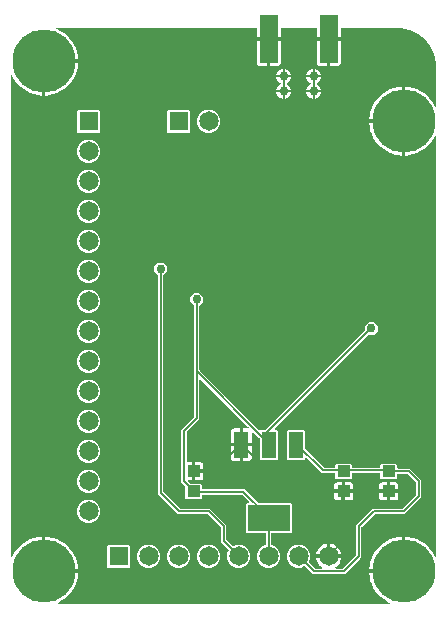
<source format=gbr>
G04 EAGLE Gerber X2 export*
%TF.Part,Single*%
%TF.FileFunction,Copper,L2,Bot,Mixed*%
%TF.FilePolarity,Positive*%
%TF.GenerationSoftware,Autodesk,EAGLE,9.0.1*%
%TF.CreationDate,2018-06-18T03:38:51Z*%
G75*
%MOMM*%
%FSLAX34Y34*%
%LPD*%
%AMOC8*
5,1,8,0,0,1.08239X$1,22.5*%
G01*
%ADD10R,1.219200X2.235200*%
%ADD11R,3.600000X2.200000*%
%ADD12R,1.100000X1.000000*%
%ADD13C,5.334000*%
%ADD14R,1.650000X1.650000*%
%ADD15C,1.650000*%
%ADD16R,1.524000X4.064000*%
%ADD17C,0.152400*%
%ADD18C,0.756400*%

G36*
X330333Y10173D02*
X330333Y10173D01*
X330409Y10176D01*
X330453Y10193D01*
X330500Y10200D01*
X330567Y10236D01*
X330639Y10263D01*
X330676Y10293D01*
X330718Y10316D01*
X330770Y10371D01*
X330829Y10419D01*
X330854Y10459D01*
X330887Y10494D01*
X330919Y10563D01*
X330959Y10628D01*
X330970Y10674D01*
X330991Y10717D01*
X330999Y10793D01*
X331017Y10867D01*
X331012Y10914D01*
X331018Y10961D01*
X331001Y11036D01*
X330995Y11112D01*
X330975Y11155D01*
X330965Y11202D01*
X330926Y11267D01*
X330896Y11337D01*
X330864Y11372D01*
X330839Y11413D01*
X330781Y11463D01*
X330730Y11519D01*
X330676Y11553D01*
X330652Y11573D01*
X330628Y11583D01*
X330588Y11608D01*
X328748Y12494D01*
X325970Y14239D01*
X323405Y16285D01*
X321085Y18605D01*
X319039Y21170D01*
X317294Y23948D01*
X315870Y26904D01*
X314787Y30001D01*
X314057Y33199D01*
X313689Y36460D01*
X313689Y36577D01*
X342138Y36577D01*
X342158Y36580D01*
X342177Y36578D01*
X342279Y36600D01*
X342381Y36617D01*
X342398Y36626D01*
X342418Y36630D01*
X342507Y36683D01*
X342598Y36732D01*
X342612Y36746D01*
X342629Y36756D01*
X342696Y36835D01*
X342767Y36910D01*
X342776Y36928D01*
X342789Y36943D01*
X342827Y37039D01*
X342871Y37133D01*
X342873Y37153D01*
X342881Y37171D01*
X342899Y37338D01*
X342899Y38101D01*
X343662Y38101D01*
X343682Y38104D01*
X343701Y38102D01*
X343803Y38124D01*
X343905Y38141D01*
X343922Y38150D01*
X343942Y38154D01*
X344031Y38207D01*
X344122Y38256D01*
X344136Y38270D01*
X344153Y38280D01*
X344220Y38359D01*
X344291Y38434D01*
X344300Y38452D01*
X344313Y38467D01*
X344352Y38563D01*
X344395Y38657D01*
X344397Y38677D01*
X344405Y38695D01*
X344423Y38862D01*
X344423Y67311D01*
X344540Y67311D01*
X347801Y66943D01*
X349692Y66512D01*
X350999Y66213D01*
X354096Y65130D01*
X357052Y63706D01*
X359830Y61961D01*
X362395Y59915D01*
X364715Y57595D01*
X366761Y55030D01*
X368506Y52252D01*
X369192Y50828D01*
X369236Y50765D01*
X369272Y50698D01*
X369306Y50665D01*
X369333Y50626D01*
X369395Y50581D01*
X369450Y50528D01*
X369493Y50508D01*
X369531Y50480D01*
X369604Y50457D01*
X369673Y50425D01*
X369720Y50420D01*
X369765Y50405D01*
X369842Y50406D01*
X369917Y50398D01*
X369964Y50408D01*
X370011Y50408D01*
X370083Y50434D01*
X370158Y50450D01*
X370199Y50474D01*
X370243Y50490D01*
X370304Y50537D01*
X370369Y50576D01*
X370400Y50612D01*
X370437Y50641D01*
X370479Y50705D01*
X370529Y50763D01*
X370547Y50807D01*
X370573Y50847D01*
X370592Y50920D01*
X370621Y50991D01*
X370628Y51055D01*
X370636Y51085D01*
X370634Y51111D01*
X370639Y51158D01*
X370639Y406042D01*
X370638Y406049D01*
X370638Y406050D01*
X370637Y406056D01*
X370627Y406117D01*
X370624Y406194D01*
X370607Y406238D01*
X370600Y406285D01*
X370564Y406352D01*
X370537Y406424D01*
X370507Y406460D01*
X370484Y406502D01*
X370429Y406555D01*
X370381Y406614D01*
X370341Y406639D01*
X370306Y406672D01*
X370237Y406704D01*
X370172Y406744D01*
X370126Y406755D01*
X370083Y406775D01*
X370007Y406784D01*
X369933Y406801D01*
X369886Y406797D01*
X369839Y406802D01*
X369764Y406786D01*
X369688Y406779D01*
X369645Y406760D01*
X369598Y406750D01*
X369533Y406711D01*
X369463Y406680D01*
X369428Y406648D01*
X369387Y406624D01*
X369337Y406566D01*
X369281Y406515D01*
X369247Y406461D01*
X369227Y406437D01*
X369217Y406413D01*
X369192Y406372D01*
X368506Y404948D01*
X366761Y402170D01*
X364715Y399605D01*
X362395Y397285D01*
X359830Y395239D01*
X357052Y393494D01*
X354096Y392070D01*
X350999Y390987D01*
X347801Y390257D01*
X344540Y389889D01*
X344423Y389889D01*
X344423Y418338D01*
X344420Y418358D01*
X344422Y418377D01*
X344400Y418479D01*
X344383Y418581D01*
X344374Y418598D01*
X344370Y418618D01*
X344317Y418707D01*
X344268Y418798D01*
X344254Y418812D01*
X344244Y418829D01*
X344165Y418896D01*
X344090Y418967D01*
X344072Y418976D01*
X344057Y418989D01*
X343961Y419027D01*
X343867Y419071D01*
X343847Y419073D01*
X343829Y419081D01*
X343662Y419099D01*
X342899Y419099D01*
X342899Y419101D01*
X343662Y419101D01*
X343682Y419104D01*
X343701Y419102D01*
X343803Y419124D01*
X343905Y419141D01*
X343922Y419150D01*
X343942Y419154D01*
X344031Y419207D01*
X344122Y419256D01*
X344136Y419270D01*
X344153Y419280D01*
X344220Y419359D01*
X344291Y419434D01*
X344300Y419452D01*
X344313Y419467D01*
X344352Y419563D01*
X344395Y419657D01*
X344397Y419677D01*
X344405Y419695D01*
X344423Y419862D01*
X344423Y448311D01*
X344540Y448311D01*
X347801Y447943D01*
X348000Y447898D01*
X350999Y447213D01*
X354096Y446130D01*
X357052Y444706D01*
X359830Y442961D01*
X362395Y440915D01*
X364715Y438595D01*
X366761Y436030D01*
X368506Y433252D01*
X369192Y431828D01*
X369236Y431765D01*
X369272Y431698D01*
X369306Y431665D01*
X369333Y431626D01*
X369395Y431581D01*
X369450Y431528D01*
X369493Y431508D01*
X369531Y431480D01*
X369604Y431457D01*
X369673Y431425D01*
X369720Y431420D01*
X369765Y431405D01*
X369842Y431406D01*
X369917Y431398D01*
X369964Y431408D01*
X370011Y431408D01*
X370083Y431434D01*
X370158Y431450D01*
X370199Y431474D01*
X370243Y431490D01*
X370304Y431537D01*
X370369Y431576D01*
X370400Y431612D01*
X370437Y431641D01*
X370479Y431705D01*
X370529Y431763D01*
X370547Y431807D01*
X370573Y431847D01*
X370592Y431920D01*
X370621Y431991D01*
X370628Y432055D01*
X370636Y432085D01*
X370634Y432111D01*
X370639Y432158D01*
X370639Y464627D01*
X370637Y464643D01*
X370638Y464660D01*
X370638Y464666D01*
X370638Y464668D01*
X370638Y464670D01*
X370431Y468360D01*
X370424Y468392D01*
X370413Y468487D01*
X368771Y475683D01*
X368770Y475684D01*
X368770Y475686D01*
X368714Y475844D01*
X365512Y482494D01*
X365511Y482495D01*
X365511Y482496D01*
X365421Y482638D01*
X360819Y488409D01*
X360818Y488410D01*
X360817Y488411D01*
X360699Y488529D01*
X354928Y493131D01*
X354927Y493132D01*
X354926Y493133D01*
X354784Y493222D01*
X348134Y496424D01*
X348132Y496425D01*
X348131Y496425D01*
X347973Y496481D01*
X347533Y496581D01*
X344197Y497342D01*
X340862Y498103D01*
X340862Y498104D01*
X340777Y498123D01*
X340745Y498125D01*
X340650Y498141D01*
X336960Y498348D01*
X336944Y498346D01*
X336917Y498349D01*
X290322Y498349D01*
X290302Y498346D01*
X290283Y498348D01*
X290181Y498326D01*
X290079Y498310D01*
X290062Y498300D01*
X290042Y498296D01*
X289953Y498243D01*
X289862Y498194D01*
X289848Y498180D01*
X289831Y498170D01*
X289764Y498091D01*
X289692Y498016D01*
X289684Y497998D01*
X289671Y497983D01*
X289632Y497887D01*
X289589Y497793D01*
X289587Y497773D01*
X289579Y497755D01*
X289561Y497588D01*
X289561Y490473D01*
X280162Y490473D01*
X280142Y490470D01*
X280123Y490472D01*
X280021Y490450D01*
X279919Y490433D01*
X279902Y490424D01*
X279882Y490420D01*
X279793Y490367D01*
X279702Y490318D01*
X279688Y490304D01*
X279671Y490294D01*
X279604Y490215D01*
X279533Y490140D01*
X279524Y490122D01*
X279511Y490107D01*
X279472Y490011D01*
X279429Y489917D01*
X279427Y489897D01*
X279419Y489879D01*
X279401Y489712D01*
X279401Y488949D01*
X279399Y488949D01*
X279399Y489712D01*
X279396Y489732D01*
X279398Y489751D01*
X279376Y489853D01*
X279359Y489955D01*
X279350Y489972D01*
X279346Y489992D01*
X279293Y490081D01*
X279244Y490172D01*
X279230Y490186D01*
X279220Y490203D01*
X279141Y490270D01*
X279066Y490341D01*
X279048Y490350D01*
X279033Y490363D01*
X278937Y490402D01*
X278843Y490445D01*
X278823Y490447D01*
X278805Y490455D01*
X278638Y490473D01*
X269239Y490473D01*
X269239Y497588D01*
X269236Y497608D01*
X269238Y497627D01*
X269216Y497729D01*
X269200Y497831D01*
X269190Y497848D01*
X269186Y497868D01*
X269133Y497957D01*
X269084Y498048D01*
X269070Y498062D01*
X269060Y498079D01*
X268981Y498146D01*
X268906Y498218D01*
X268888Y498226D01*
X268873Y498239D01*
X268777Y498278D01*
X268683Y498321D01*
X268663Y498323D01*
X268645Y498331D01*
X268478Y498349D01*
X239522Y498349D01*
X239502Y498346D01*
X239483Y498348D01*
X239381Y498326D01*
X239279Y498310D01*
X239262Y498300D01*
X239242Y498296D01*
X239153Y498243D01*
X239062Y498194D01*
X239048Y498180D01*
X239031Y498170D01*
X238964Y498091D01*
X238892Y498016D01*
X238884Y497998D01*
X238871Y497983D01*
X238832Y497887D01*
X238789Y497793D01*
X238787Y497773D01*
X238779Y497755D01*
X238761Y497588D01*
X238761Y490473D01*
X229362Y490473D01*
X229342Y490470D01*
X229323Y490472D01*
X229221Y490450D01*
X229119Y490433D01*
X229102Y490424D01*
X229082Y490420D01*
X228993Y490367D01*
X228902Y490318D01*
X228888Y490304D01*
X228871Y490294D01*
X228804Y490215D01*
X228733Y490140D01*
X228724Y490122D01*
X228711Y490107D01*
X228672Y490011D01*
X228629Y489917D01*
X228627Y489897D01*
X228619Y489879D01*
X228601Y489712D01*
X228601Y488949D01*
X228599Y488949D01*
X228599Y489712D01*
X228596Y489732D01*
X228598Y489751D01*
X228576Y489853D01*
X228559Y489955D01*
X228550Y489972D01*
X228546Y489992D01*
X228493Y490081D01*
X228444Y490172D01*
X228430Y490186D01*
X228420Y490203D01*
X228341Y490270D01*
X228266Y490341D01*
X228248Y490350D01*
X228233Y490363D01*
X228137Y490402D01*
X228043Y490445D01*
X228023Y490447D01*
X228005Y490455D01*
X227838Y490473D01*
X218439Y490473D01*
X218439Y497588D01*
X218436Y497608D01*
X218438Y497627D01*
X218416Y497729D01*
X218400Y497831D01*
X218390Y497848D01*
X218386Y497868D01*
X218333Y497957D01*
X218284Y498048D01*
X218270Y498062D01*
X218260Y498079D01*
X218181Y498146D01*
X218106Y498218D01*
X218088Y498226D01*
X218073Y498239D01*
X217977Y498278D01*
X217883Y498321D01*
X217863Y498323D01*
X217845Y498331D01*
X217678Y498349D01*
X49684Y498349D01*
X49608Y498337D01*
X49532Y498334D01*
X49488Y498317D01*
X49441Y498310D01*
X49374Y498274D01*
X49302Y498247D01*
X49265Y498217D01*
X49223Y498194D01*
X49171Y498139D01*
X49112Y498091D01*
X49087Y498051D01*
X49054Y498016D01*
X49022Y497947D01*
X48982Y497882D01*
X48970Y497836D01*
X48950Y497793D01*
X48942Y497717D01*
X48924Y497643D01*
X48929Y497596D01*
X48923Y497549D01*
X48940Y497474D01*
X48946Y497398D01*
X48966Y497355D01*
X48976Y497308D01*
X49015Y497243D01*
X49045Y497173D01*
X49077Y497138D01*
X49102Y497097D01*
X49160Y497047D01*
X49211Y496991D01*
X49265Y496957D01*
X49289Y496937D01*
X49313Y496927D01*
X49353Y496902D01*
X52252Y495506D01*
X55030Y493761D01*
X57595Y491715D01*
X59915Y489395D01*
X61961Y486830D01*
X63706Y484052D01*
X65130Y481096D01*
X66213Y477999D01*
X66943Y474801D01*
X67311Y471540D01*
X67311Y471423D01*
X38862Y471423D01*
X38842Y471420D01*
X38823Y471422D01*
X38721Y471400D01*
X38619Y471383D01*
X38602Y471374D01*
X38582Y471370D01*
X38493Y471317D01*
X38402Y471268D01*
X38388Y471254D01*
X38371Y471244D01*
X38304Y471165D01*
X38233Y471090D01*
X38224Y471072D01*
X38211Y471057D01*
X38173Y470961D01*
X38129Y470867D01*
X38127Y470847D01*
X38119Y470829D01*
X38101Y470662D01*
X38101Y469899D01*
X37338Y469899D01*
X37318Y469896D01*
X37299Y469898D01*
X37197Y469876D01*
X37095Y469859D01*
X37078Y469850D01*
X37058Y469846D01*
X36969Y469793D01*
X36878Y469744D01*
X36864Y469730D01*
X36847Y469720D01*
X36780Y469641D01*
X36709Y469566D01*
X36700Y469548D01*
X36687Y469533D01*
X36648Y469437D01*
X36605Y469343D01*
X36603Y469323D01*
X36595Y469305D01*
X36577Y469138D01*
X36577Y440689D01*
X36460Y440689D01*
X33199Y441057D01*
X30069Y441771D01*
X30001Y441787D01*
X26904Y442870D01*
X23948Y444294D01*
X21170Y446039D01*
X18605Y448085D01*
X16285Y450405D01*
X14239Y452970D01*
X12494Y455748D01*
X11608Y457588D01*
X11564Y457650D01*
X11528Y457718D01*
X11494Y457750D01*
X11467Y457789D01*
X11405Y457834D01*
X11350Y457887D01*
X11307Y457907D01*
X11269Y457935D01*
X11196Y457958D01*
X11127Y457991D01*
X11080Y457996D01*
X11035Y458010D01*
X10958Y458009D01*
X10883Y458018D01*
X10836Y458008D01*
X10789Y458007D01*
X10717Y457982D01*
X10642Y457965D01*
X10601Y457941D01*
X10557Y457925D01*
X10496Y457878D01*
X10431Y457839D01*
X10400Y457803D01*
X10363Y457774D01*
X10321Y457710D01*
X10271Y457652D01*
X10253Y457608D01*
X10227Y457569D01*
X10208Y457495D01*
X10179Y457424D01*
X10172Y457361D01*
X10164Y457331D01*
X10166Y457305D01*
X10161Y457257D01*
X10161Y50743D01*
X10173Y50667D01*
X10176Y50591D01*
X10193Y50547D01*
X10200Y50500D01*
X10236Y50433D01*
X10263Y50361D01*
X10293Y50324D01*
X10316Y50282D01*
X10371Y50230D01*
X10419Y50171D01*
X10459Y50146D01*
X10494Y50113D01*
X10563Y50081D01*
X10628Y50041D01*
X10674Y50029D01*
X10717Y50009D01*
X10793Y50001D01*
X10867Y49983D01*
X10914Y49988D01*
X10961Y49982D01*
X11036Y49999D01*
X11112Y50005D01*
X11155Y50025D01*
X11202Y50035D01*
X11267Y50074D01*
X11337Y50104D01*
X11372Y50136D01*
X11413Y50161D01*
X11463Y50219D01*
X11519Y50270D01*
X11553Y50324D01*
X11573Y50348D01*
X11583Y50372D01*
X11608Y50412D01*
X12494Y52252D01*
X14239Y55030D01*
X16285Y57595D01*
X18605Y59915D01*
X21170Y61961D01*
X23948Y63706D01*
X26904Y65130D01*
X30001Y66213D01*
X33199Y66943D01*
X36460Y67311D01*
X36577Y67311D01*
X36577Y38862D01*
X36580Y38842D01*
X36578Y38823D01*
X36600Y38721D01*
X36617Y38619D01*
X36626Y38602D01*
X36630Y38582D01*
X36683Y38493D01*
X36732Y38402D01*
X36746Y38388D01*
X36756Y38371D01*
X36835Y38304D01*
X36910Y38233D01*
X36928Y38224D01*
X36943Y38211D01*
X37039Y38173D01*
X37133Y38129D01*
X37153Y38127D01*
X37171Y38119D01*
X37338Y38101D01*
X38101Y38101D01*
X38101Y37338D01*
X38104Y37318D01*
X38102Y37299D01*
X38124Y37197D01*
X38141Y37095D01*
X38150Y37078D01*
X38154Y37058D01*
X38207Y36969D01*
X38256Y36878D01*
X38270Y36864D01*
X38280Y36847D01*
X38359Y36780D01*
X38434Y36709D01*
X38452Y36700D01*
X38467Y36687D01*
X38563Y36648D01*
X38657Y36605D01*
X38677Y36603D01*
X38695Y36595D01*
X38862Y36577D01*
X67311Y36577D01*
X67311Y36460D01*
X66943Y33199D01*
X66213Y30001D01*
X65130Y26904D01*
X63706Y23948D01*
X61961Y21170D01*
X59915Y18605D01*
X57595Y16285D01*
X55030Y14239D01*
X52252Y12494D01*
X50412Y11608D01*
X50350Y11564D01*
X50282Y11528D01*
X50250Y11494D01*
X50211Y11467D01*
X50166Y11405D01*
X50113Y11350D01*
X50093Y11307D01*
X50065Y11269D01*
X50042Y11196D01*
X50009Y11127D01*
X50004Y11080D01*
X49990Y11035D01*
X49991Y10958D01*
X49982Y10883D01*
X49992Y10836D01*
X49993Y10789D01*
X50018Y10717D01*
X50035Y10642D01*
X50059Y10601D01*
X50075Y10557D01*
X50122Y10496D01*
X50161Y10431D01*
X50197Y10400D01*
X50226Y10363D01*
X50290Y10321D01*
X50348Y10271D01*
X50392Y10253D01*
X50431Y10227D01*
X50505Y10208D01*
X50576Y10179D01*
X50639Y10172D01*
X50669Y10164D01*
X50695Y10166D01*
X50743Y10161D01*
X330257Y10161D01*
X330333Y10173D01*
G37*
%LPC*%
G36*
X226656Y41025D02*
X226656Y41025D01*
X223063Y42513D01*
X220313Y45263D01*
X218825Y48856D01*
X218825Y52744D01*
X220313Y56337D01*
X223063Y59087D01*
X225843Y60238D01*
X225943Y60300D01*
X226043Y60360D01*
X226047Y60365D01*
X226052Y60368D01*
X226127Y60458D01*
X226203Y60547D01*
X226205Y60553D01*
X226209Y60557D01*
X226250Y60665D01*
X226295Y60775D01*
X226296Y60782D01*
X226297Y60787D01*
X226298Y60805D01*
X226313Y60942D01*
X226313Y70024D01*
X226310Y70044D01*
X226312Y70063D01*
X226290Y70165D01*
X226274Y70267D01*
X226264Y70284D01*
X226260Y70304D01*
X226207Y70393D01*
X226158Y70484D01*
X226144Y70498D01*
X226134Y70515D01*
X226055Y70582D01*
X225980Y70654D01*
X225962Y70662D01*
X225947Y70675D01*
X225851Y70714D01*
X225757Y70757D01*
X225737Y70759D01*
X225719Y70767D01*
X225552Y70785D01*
X209968Y70785D01*
X209075Y71678D01*
X209075Y94942D01*
X209968Y95835D01*
X211514Y95835D01*
X211584Y95846D01*
X211656Y95848D01*
X211705Y95866D01*
X211756Y95874D01*
X211820Y95908D01*
X211887Y95933D01*
X211928Y95965D01*
X211974Y95990D01*
X212023Y96042D01*
X212079Y96086D01*
X212107Y96130D01*
X212143Y96168D01*
X212173Y96233D01*
X212212Y96293D01*
X212225Y96344D01*
X212247Y96391D01*
X212255Y96462D01*
X212272Y96532D01*
X212268Y96584D01*
X212274Y96635D01*
X212259Y96706D01*
X212253Y96777D01*
X212233Y96825D01*
X212222Y96876D01*
X212185Y96937D01*
X212157Y97003D01*
X212112Y97059D01*
X212095Y97087D01*
X212078Y97102D01*
X212052Y97134D01*
X206540Y102646D01*
X206466Y102699D01*
X206396Y102759D01*
X206366Y102771D01*
X206340Y102790D01*
X206253Y102817D01*
X206168Y102851D01*
X206127Y102855D01*
X206105Y102862D01*
X206073Y102861D01*
X206001Y102869D01*
X172886Y102869D01*
X172866Y102866D01*
X172847Y102868D01*
X172745Y102846D01*
X172643Y102830D01*
X172626Y102820D01*
X172606Y102816D01*
X172517Y102763D01*
X172426Y102714D01*
X172412Y102700D01*
X172395Y102690D01*
X172328Y102611D01*
X172256Y102536D01*
X172248Y102518D01*
X172235Y102503D01*
X172196Y102407D01*
X172153Y102313D01*
X172151Y102293D01*
X172143Y102275D01*
X172125Y102108D01*
X172125Y100168D01*
X171232Y99275D01*
X158968Y99275D01*
X158075Y100168D01*
X158075Y109647D01*
X158061Y109738D01*
X158053Y109828D01*
X158041Y109858D01*
X158036Y109890D01*
X157993Y109971D01*
X157957Y110055D01*
X157931Y110087D01*
X157920Y110108D01*
X157897Y110130D01*
X157852Y110186D01*
X154685Y113353D01*
X154685Y157919D01*
X165130Y168364D01*
X165183Y168438D01*
X165243Y168508D01*
X165255Y168538D01*
X165274Y168564D01*
X165301Y168651D01*
X165335Y168736D01*
X165339Y168777D01*
X165346Y168799D01*
X165345Y168831D01*
X165353Y168903D01*
X165353Y262691D01*
X165339Y262781D01*
X165331Y262872D01*
X165319Y262901D01*
X165314Y262933D01*
X165271Y263014D01*
X165235Y263098D01*
X165209Y263130D01*
X165198Y263151D01*
X165175Y263173D01*
X165130Y263229D01*
X162333Y266026D01*
X162333Y270422D01*
X165442Y273531D01*
X169838Y273531D01*
X172947Y270422D01*
X172947Y266026D01*
X170150Y263229D01*
X170097Y263155D01*
X170037Y263085D01*
X170025Y263055D01*
X170006Y263029D01*
X169979Y262942D01*
X169945Y262857D01*
X169941Y262816D01*
X169934Y262794D01*
X169935Y262762D01*
X169927Y262691D01*
X169927Y208527D01*
X169941Y208436D01*
X169949Y208346D01*
X169961Y208316D01*
X169966Y208284D01*
X170009Y208203D01*
X170045Y208119D01*
X170071Y208087D01*
X170082Y208066D01*
X170105Y208044D01*
X170150Y207988D01*
X220473Y157665D01*
X220489Y157654D01*
X220501Y157638D01*
X220588Y157582D01*
X220672Y157522D01*
X220691Y157516D01*
X220708Y157505D01*
X220809Y157480D01*
X220907Y157449D01*
X220927Y157450D01*
X220947Y157445D01*
X221050Y157453D01*
X221153Y157456D01*
X221172Y157463D01*
X221192Y157464D01*
X221287Y157505D01*
X221384Y157540D01*
X221400Y157553D01*
X221418Y157561D01*
X221549Y157665D01*
X221872Y157989D01*
X226067Y157989D01*
X226158Y158003D01*
X226248Y158011D01*
X226278Y158023D01*
X226310Y158028D01*
X226391Y158071D01*
X226475Y158107D01*
X226507Y158133D01*
X226528Y158144D01*
X226550Y158167D01*
X226606Y158212D01*
X309938Y241544D01*
X309991Y241618D01*
X310051Y241688D01*
X310063Y241718D01*
X310082Y241744D01*
X310109Y241831D01*
X310143Y241916D01*
X310147Y241957D01*
X310154Y241979D01*
X310153Y242011D01*
X310161Y242083D01*
X310161Y246038D01*
X313270Y249147D01*
X317666Y249147D01*
X320775Y246038D01*
X320775Y241642D01*
X317666Y238533D01*
X313711Y238533D01*
X313620Y238519D01*
X313530Y238511D01*
X313500Y238499D01*
X313468Y238494D01*
X313387Y238451D01*
X313303Y238415D01*
X313271Y238389D01*
X313250Y238378D01*
X313228Y238355D01*
X313172Y238310D01*
X234150Y159288D01*
X234108Y159230D01*
X234059Y159178D01*
X234037Y159131D01*
X234007Y159089D01*
X233986Y159020D01*
X233955Y158955D01*
X233950Y158903D01*
X233934Y158853D01*
X233936Y158782D01*
X233928Y158711D01*
X233939Y158660D01*
X233941Y158608D01*
X233965Y158540D01*
X233980Y158470D01*
X234007Y158426D01*
X234025Y158377D01*
X234070Y158321D01*
X234107Y158259D01*
X234146Y158225D01*
X234179Y158185D01*
X234239Y158146D01*
X234294Y158099D01*
X234342Y158080D01*
X234386Y158052D01*
X234455Y158034D01*
X234522Y158007D01*
X234593Y157999D01*
X234624Y157991D01*
X234648Y157993D01*
X234688Y157989D01*
X235328Y157989D01*
X236221Y157096D01*
X236221Y133480D01*
X235328Y132587D01*
X221872Y132587D01*
X220979Y133480D01*
X220979Y150375D01*
X220965Y150466D01*
X220957Y150556D01*
X220945Y150586D01*
X220940Y150618D01*
X220897Y150699D01*
X220861Y150783D01*
X220835Y150815D01*
X220824Y150836D01*
X220801Y150858D01*
X220756Y150914D01*
X215422Y156248D01*
X215364Y156290D01*
X215312Y156339D01*
X215265Y156361D01*
X215223Y156391D01*
X215154Y156412D01*
X215089Y156443D01*
X215037Y156448D01*
X214987Y156464D01*
X214916Y156462D01*
X214845Y156470D01*
X214794Y156459D01*
X214742Y156457D01*
X214674Y156433D01*
X214604Y156418D01*
X214559Y156391D01*
X214511Y156373D01*
X214455Y156328D01*
X214393Y156291D01*
X214359Y156252D01*
X214319Y156219D01*
X214280Y156159D01*
X214233Y156104D01*
X214214Y156056D01*
X214186Y156012D01*
X214168Y155943D01*
X214141Y155876D01*
X214133Y155805D01*
X214125Y155774D01*
X214127Y155750D01*
X214123Y155710D01*
X214123Y146811D01*
X207009Y146811D01*
X207009Y159005D01*
X210828Y159005D01*
X210898Y159016D01*
X210970Y159018D01*
X211019Y159036D01*
X211070Y159044D01*
X211134Y159078D01*
X211201Y159103D01*
X211242Y159135D01*
X211288Y159160D01*
X211337Y159211D01*
X211393Y159256D01*
X211421Y159300D01*
X211457Y159338D01*
X211487Y159403D01*
X211526Y159463D01*
X211539Y159514D01*
X211561Y159561D01*
X211569Y159632D01*
X211586Y159702D01*
X211582Y159754D01*
X211588Y159805D01*
X211573Y159876D01*
X211567Y159947D01*
X211547Y159995D01*
X211536Y160046D01*
X211499Y160107D01*
X211471Y160173D01*
X211426Y160229D01*
X211409Y160257D01*
X211392Y160272D01*
X211366Y160304D01*
X171226Y200444D01*
X171168Y200486D01*
X171116Y200535D01*
X171069Y200557D01*
X171027Y200587D01*
X170958Y200608D01*
X170893Y200639D01*
X170841Y200644D01*
X170791Y200660D01*
X170720Y200658D01*
X170649Y200666D01*
X170598Y200655D01*
X170546Y200653D01*
X170478Y200629D01*
X170408Y200614D01*
X170363Y200587D01*
X170315Y200569D01*
X170259Y200524D01*
X170197Y200487D01*
X170163Y200448D01*
X170123Y200415D01*
X170084Y200355D01*
X170037Y200300D01*
X170018Y200252D01*
X169990Y200208D01*
X169972Y200139D01*
X169945Y200072D01*
X169937Y200001D01*
X169929Y199970D01*
X169931Y199946D01*
X169927Y199906D01*
X169927Y166693D01*
X159482Y156248D01*
X159429Y156174D01*
X159369Y156104D01*
X159357Y156074D01*
X159338Y156048D01*
X159311Y155961D01*
X159277Y155876D01*
X159273Y155835D01*
X159266Y155813D01*
X159267Y155781D01*
X159259Y155709D01*
X159259Y131102D01*
X159262Y131082D01*
X159260Y131063D01*
X159282Y130961D01*
X159298Y130859D01*
X159308Y130842D01*
X159312Y130822D01*
X159365Y130733D01*
X159414Y130642D01*
X159428Y130628D01*
X159438Y130611D01*
X159517Y130544D01*
X159592Y130472D01*
X159610Y130464D01*
X159625Y130451D01*
X159721Y130412D01*
X159815Y130369D01*
X159835Y130367D01*
X159853Y130359D01*
X160020Y130341D01*
X163577Y130341D01*
X163577Y123562D01*
X163578Y123552D01*
X163578Y123548D01*
X163580Y123539D01*
X163578Y123523D01*
X163600Y123421D01*
X163617Y123319D01*
X163626Y123302D01*
X163630Y123282D01*
X163683Y123193D01*
X163732Y123102D01*
X163746Y123088D01*
X163756Y123071D01*
X163835Y123004D01*
X163910Y122933D01*
X163928Y122924D01*
X163943Y122911D01*
X164039Y122872D01*
X164133Y122829D01*
X164153Y122827D01*
X164171Y122819D01*
X164338Y122801D01*
X165101Y122801D01*
X165101Y122799D01*
X164338Y122799D01*
X164318Y122796D01*
X164299Y122798D01*
X164197Y122776D01*
X164095Y122759D01*
X164078Y122750D01*
X164058Y122746D01*
X163969Y122693D01*
X163878Y122644D01*
X163864Y122630D01*
X163847Y122620D01*
X163780Y122541D01*
X163709Y122466D01*
X163700Y122448D01*
X163687Y122433D01*
X163648Y122337D01*
X163605Y122243D01*
X163603Y122223D01*
X163595Y122205D01*
X163577Y122038D01*
X163577Y115259D01*
X161084Y115259D01*
X161014Y115248D01*
X160942Y115246D01*
X160893Y115228D01*
X160842Y115220D01*
X160778Y115186D01*
X160711Y115161D01*
X160670Y115129D01*
X160624Y115104D01*
X160575Y115052D01*
X160519Y115008D01*
X160491Y114964D01*
X160455Y114926D01*
X160425Y114861D01*
X160386Y114801D01*
X160373Y114750D01*
X160351Y114703D01*
X160343Y114632D01*
X160326Y114562D01*
X160330Y114510D01*
X160324Y114459D01*
X160339Y114388D01*
X160345Y114317D01*
X160365Y114269D01*
X160376Y114218D01*
X160413Y114157D01*
X160441Y114091D01*
X160486Y114035D01*
X160503Y114007D01*
X160520Y113992D01*
X160546Y113960D01*
X161958Y112548D01*
X162032Y112495D01*
X162102Y112435D01*
X162132Y112423D01*
X162158Y112404D01*
X162245Y112377D01*
X162330Y112343D01*
X162371Y112339D01*
X162393Y112332D01*
X162425Y112333D01*
X162497Y112325D01*
X171232Y112325D01*
X172125Y111432D01*
X172125Y108204D01*
X172128Y108184D01*
X172126Y108165D01*
X172148Y108063D01*
X172164Y107961D01*
X172174Y107944D01*
X172178Y107924D01*
X172231Y107835D01*
X172280Y107744D01*
X172294Y107730D01*
X172304Y107713D01*
X172383Y107646D01*
X172458Y107574D01*
X172476Y107566D01*
X172491Y107553D01*
X172587Y107514D01*
X172681Y107471D01*
X172701Y107469D01*
X172719Y107461D01*
X172886Y107443D01*
X208211Y107443D01*
X219596Y96058D01*
X219670Y96005D01*
X219740Y95945D01*
X219770Y95933D01*
X219796Y95914D01*
X219883Y95887D01*
X219968Y95853D01*
X220009Y95849D01*
X220031Y95842D01*
X220063Y95843D01*
X220135Y95835D01*
X247232Y95835D01*
X248125Y94942D01*
X248125Y71678D01*
X247232Y70785D01*
X231648Y70785D01*
X231628Y70782D01*
X231609Y70784D01*
X231507Y70762D01*
X231405Y70746D01*
X231388Y70736D01*
X231368Y70732D01*
X231279Y70679D01*
X231188Y70630D01*
X231174Y70616D01*
X231157Y70606D01*
X231090Y70527D01*
X231018Y70452D01*
X231010Y70434D01*
X230997Y70419D01*
X230958Y70323D01*
X230915Y70229D01*
X230913Y70209D01*
X230905Y70191D01*
X230887Y70024D01*
X230887Y60942D01*
X230906Y60827D01*
X230923Y60711D01*
X230925Y60705D01*
X230926Y60699D01*
X230981Y60596D01*
X231034Y60491D01*
X231039Y60487D01*
X231042Y60481D01*
X231126Y60402D01*
X231210Y60319D01*
X231216Y60315D01*
X231220Y60312D01*
X231237Y60304D01*
X231357Y60238D01*
X234137Y59087D01*
X236887Y56337D01*
X238375Y52744D01*
X238375Y48856D01*
X236887Y45263D01*
X234137Y42513D01*
X230544Y41025D01*
X226656Y41025D01*
G37*
%LPD*%
%LPC*%
G36*
X265753Y35813D02*
X265753Y35813D01*
X259554Y42012D01*
X259459Y42080D01*
X259366Y42150D01*
X259360Y42152D01*
X259354Y42155D01*
X259243Y42190D01*
X259132Y42226D01*
X259125Y42226D01*
X259119Y42228D01*
X259003Y42225D01*
X258886Y42224D01*
X258878Y42222D01*
X258874Y42221D01*
X258856Y42215D01*
X258725Y42177D01*
X255944Y41025D01*
X252056Y41025D01*
X248463Y42513D01*
X245713Y45263D01*
X244225Y48856D01*
X244225Y52744D01*
X245713Y56337D01*
X248463Y59087D01*
X252056Y60575D01*
X255944Y60575D01*
X259537Y59087D01*
X262287Y56337D01*
X263775Y52744D01*
X263775Y48856D01*
X262623Y46075D01*
X262596Y45962D01*
X262568Y45848D01*
X262568Y45842D01*
X262567Y45836D01*
X262578Y45719D01*
X262587Y45603D01*
X262589Y45597D01*
X262590Y45591D01*
X262638Y45484D01*
X262683Y45377D01*
X262688Y45371D01*
X262690Y45366D01*
X262703Y45353D01*
X262788Y45246D01*
X267424Y40610D01*
X267498Y40557D01*
X267568Y40497D01*
X267598Y40485D01*
X267624Y40466D01*
X267711Y40439D01*
X267796Y40405D01*
X267837Y40401D01*
X267859Y40394D01*
X267891Y40395D01*
X267963Y40387D01*
X273031Y40387D01*
X273039Y40388D01*
X273047Y40387D01*
X273161Y40408D01*
X273274Y40426D01*
X273281Y40430D01*
X273289Y40432D01*
X273390Y40488D01*
X273492Y40542D01*
X273497Y40547D01*
X273504Y40551D01*
X273582Y40637D01*
X273661Y40720D01*
X273664Y40727D01*
X273670Y40733D01*
X273716Y40839D01*
X273765Y40943D01*
X273765Y40951D01*
X273769Y40958D01*
X273779Y41073D01*
X273792Y41187D01*
X273790Y41195D01*
X273791Y41203D01*
X273764Y41315D01*
X273739Y41428D01*
X273735Y41435D01*
X273733Y41442D01*
X273672Y41540D01*
X273613Y41639D01*
X273607Y41644D01*
X273603Y41651D01*
X273479Y41764D01*
X272370Y42569D01*
X271169Y43770D01*
X270171Y45145D01*
X269400Y46658D01*
X268875Y48273D01*
X268716Y49277D01*
X278638Y49277D01*
X278658Y49280D01*
X278677Y49278D01*
X278779Y49300D01*
X278881Y49317D01*
X278898Y49326D01*
X278918Y49330D01*
X279007Y49383D01*
X279098Y49432D01*
X279112Y49446D01*
X279129Y49456D01*
X279196Y49535D01*
X279267Y49610D01*
X279276Y49628D01*
X279289Y49643D01*
X279327Y49739D01*
X279371Y49833D01*
X279373Y49853D01*
X279381Y49871D01*
X279399Y50038D01*
X279399Y50801D01*
X279401Y50801D01*
X279401Y50038D01*
X279404Y50018D01*
X279402Y49999D01*
X279424Y49897D01*
X279441Y49795D01*
X279450Y49778D01*
X279454Y49758D01*
X279507Y49669D01*
X279556Y49578D01*
X279570Y49564D01*
X279580Y49547D01*
X279659Y49480D01*
X279734Y49409D01*
X279752Y49400D01*
X279767Y49387D01*
X279863Y49348D01*
X279957Y49305D01*
X279977Y49303D01*
X279995Y49295D01*
X280162Y49277D01*
X290084Y49277D01*
X289925Y48273D01*
X289400Y46658D01*
X288629Y45145D01*
X287631Y43770D01*
X286430Y42569D01*
X285321Y41764D01*
X285315Y41758D01*
X285308Y41754D01*
X285229Y41671D01*
X285148Y41589D01*
X285145Y41582D01*
X285139Y41576D01*
X285091Y41472D01*
X285040Y41368D01*
X285039Y41360D01*
X285035Y41353D01*
X285023Y41239D01*
X285008Y41124D01*
X285009Y41116D01*
X285008Y41109D01*
X285033Y40996D01*
X285055Y40883D01*
X285059Y40876D01*
X285061Y40868D01*
X285119Y40770D01*
X285177Y40669D01*
X285183Y40664D01*
X285187Y40657D01*
X285274Y40582D01*
X285360Y40505D01*
X285368Y40502D01*
X285374Y40497D01*
X285481Y40454D01*
X285586Y40409D01*
X285594Y40408D01*
X285602Y40405D01*
X285769Y40387D01*
X290838Y40387D01*
X290928Y40401D01*
X291019Y40409D01*
X291048Y40421D01*
X291080Y40426D01*
X291161Y40469D01*
X291245Y40505D01*
X291277Y40531D01*
X291298Y40542D01*
X291320Y40565D01*
X291376Y40610D01*
X302290Y51524D01*
X302337Y51590D01*
X302349Y51601D01*
X302351Y51607D01*
X302403Y51668D01*
X302415Y51698D01*
X302434Y51724D01*
X302461Y51811D01*
X302495Y51896D01*
X302499Y51937D01*
X302506Y51959D01*
X302505Y51991D01*
X302513Y52062D01*
X302513Y77147D01*
X316553Y91187D01*
X341637Y91187D01*
X341728Y91201D01*
X341818Y91209D01*
X341848Y91221D01*
X341880Y91226D01*
X341961Y91269D01*
X342045Y91305D01*
X342077Y91331D01*
X342098Y91342D01*
X342120Y91365D01*
X342176Y91410D01*
X353090Y102324D01*
X353143Y102398D01*
X353203Y102468D01*
X353215Y102498D01*
X353234Y102524D01*
X353261Y102611D01*
X353295Y102696D01*
X353299Y102737D01*
X353306Y102759D01*
X353305Y102791D01*
X353313Y102863D01*
X353313Y113037D01*
X353299Y113128D01*
X353291Y113218D01*
X353279Y113248D01*
X353274Y113280D01*
X353231Y113361D01*
X353195Y113445D01*
X353169Y113477D01*
X353158Y113498D01*
X353135Y113520D01*
X353090Y113576D01*
X346376Y120290D01*
X346302Y120343D01*
X346232Y120403D01*
X346202Y120415D01*
X346176Y120434D01*
X346089Y120461D01*
X346004Y120495D01*
X345963Y120499D01*
X345941Y120506D01*
X345909Y120505D01*
X345837Y120513D01*
X337986Y120513D01*
X337966Y120510D01*
X337947Y120512D01*
X337845Y120490D01*
X337743Y120474D01*
X337726Y120464D01*
X337706Y120460D01*
X337617Y120407D01*
X337526Y120358D01*
X337512Y120344D01*
X337495Y120334D01*
X337428Y120255D01*
X337356Y120180D01*
X337348Y120162D01*
X337335Y120147D01*
X337296Y120051D01*
X337253Y119957D01*
X337251Y119937D01*
X337243Y119919D01*
X337225Y119752D01*
X337225Y117168D01*
X336332Y116275D01*
X324068Y116275D01*
X323175Y117168D01*
X323175Y120396D01*
X323172Y120416D01*
X323174Y120435D01*
X323152Y120537D01*
X323136Y120639D01*
X323126Y120656D01*
X323122Y120676D01*
X323069Y120765D01*
X323020Y120856D01*
X323006Y120870D01*
X322996Y120887D01*
X322917Y120954D01*
X322842Y121026D01*
X322824Y121034D01*
X322809Y121047D01*
X322713Y121086D01*
X322619Y121129D01*
X322599Y121131D01*
X322581Y121139D01*
X322414Y121157D01*
X299886Y121157D01*
X299866Y121154D01*
X299847Y121156D01*
X299745Y121134D01*
X299643Y121118D01*
X299626Y121108D01*
X299606Y121104D01*
X299517Y121051D01*
X299426Y121002D01*
X299412Y120988D01*
X299395Y120978D01*
X299328Y120899D01*
X299256Y120824D01*
X299248Y120806D01*
X299235Y120791D01*
X299196Y120695D01*
X299153Y120601D01*
X299151Y120581D01*
X299143Y120563D01*
X299125Y120396D01*
X299125Y117168D01*
X298232Y116275D01*
X285968Y116275D01*
X285075Y117168D01*
X285075Y120396D01*
X285072Y120416D01*
X285074Y120435D01*
X285052Y120537D01*
X285036Y120639D01*
X285026Y120656D01*
X285022Y120676D01*
X284969Y120765D01*
X284920Y120856D01*
X284906Y120870D01*
X284896Y120887D01*
X284817Y120954D01*
X284742Y121026D01*
X284724Y121034D01*
X284709Y121047D01*
X284613Y121086D01*
X284519Y121129D01*
X284499Y121131D01*
X284481Y121139D01*
X284314Y121157D01*
X273373Y121157D01*
X260634Y133896D01*
X260576Y133938D01*
X260524Y133987D01*
X260477Y134009D01*
X260435Y134039D01*
X260366Y134060D01*
X260301Y134091D01*
X260249Y134096D01*
X260199Y134112D01*
X260128Y134110D01*
X260057Y134118D01*
X260006Y134107D01*
X259954Y134105D01*
X259886Y134081D01*
X259816Y134066D01*
X259771Y134039D01*
X259723Y134021D01*
X259667Y133976D01*
X259605Y133939D01*
X259571Y133900D01*
X259531Y133867D01*
X259492Y133807D01*
X259445Y133752D01*
X259426Y133704D01*
X259398Y133660D01*
X259380Y133591D01*
X259353Y133524D01*
X259350Y133496D01*
X258442Y132587D01*
X244986Y132587D01*
X244093Y133480D01*
X244093Y157096D01*
X244986Y157989D01*
X258442Y157989D01*
X259335Y157096D01*
X259335Y141979D01*
X259349Y141888D01*
X259357Y141798D01*
X259369Y141768D01*
X259374Y141736D01*
X259417Y141655D01*
X259453Y141571D01*
X259479Y141539D01*
X259490Y141518D01*
X259513Y141496D01*
X259558Y141440D01*
X275044Y125954D01*
X275118Y125901D01*
X275188Y125841D01*
X275218Y125829D01*
X275244Y125810D01*
X275331Y125783D01*
X275416Y125749D01*
X275457Y125745D01*
X275479Y125738D01*
X275511Y125739D01*
X275583Y125731D01*
X284314Y125731D01*
X284334Y125734D01*
X284353Y125732D01*
X284455Y125754D01*
X284557Y125770D01*
X284574Y125780D01*
X284594Y125784D01*
X284683Y125837D01*
X284774Y125886D01*
X284788Y125900D01*
X284805Y125910D01*
X284872Y125989D01*
X284944Y126064D01*
X284952Y126082D01*
X284965Y126097D01*
X285004Y126193D01*
X285047Y126287D01*
X285049Y126307D01*
X285057Y126325D01*
X285075Y126492D01*
X285075Y128432D01*
X285968Y129325D01*
X298232Y129325D01*
X299125Y128432D01*
X299125Y126492D01*
X299128Y126472D01*
X299126Y126453D01*
X299148Y126351D01*
X299164Y126249D01*
X299174Y126232D01*
X299178Y126212D01*
X299231Y126123D01*
X299280Y126032D01*
X299294Y126018D01*
X299304Y126001D01*
X299383Y125934D01*
X299458Y125862D01*
X299476Y125854D01*
X299491Y125841D01*
X299587Y125802D01*
X299681Y125759D01*
X299701Y125757D01*
X299719Y125749D01*
X299886Y125731D01*
X322414Y125731D01*
X322434Y125734D01*
X322453Y125732D01*
X322555Y125754D01*
X322657Y125770D01*
X322674Y125780D01*
X322694Y125784D01*
X322783Y125837D01*
X322874Y125886D01*
X322888Y125900D01*
X322905Y125910D01*
X322972Y125989D01*
X323044Y126064D01*
X323052Y126082D01*
X323065Y126097D01*
X323104Y126193D01*
X323147Y126287D01*
X323149Y126307D01*
X323157Y126325D01*
X323175Y126492D01*
X323175Y128432D01*
X324068Y129325D01*
X336332Y129325D01*
X337225Y128432D01*
X337225Y125848D01*
X337226Y125837D01*
X337226Y125831D01*
X337227Y125824D01*
X337226Y125809D01*
X337248Y125707D01*
X337264Y125605D01*
X337274Y125588D01*
X337278Y125568D01*
X337331Y125479D01*
X337380Y125388D01*
X337394Y125374D01*
X337404Y125357D01*
X337483Y125290D01*
X337558Y125218D01*
X337576Y125210D01*
X337591Y125197D01*
X337687Y125158D01*
X337781Y125115D01*
X337801Y125113D01*
X337819Y125105D01*
X337986Y125087D01*
X348047Y125087D01*
X357887Y115247D01*
X357887Y100653D01*
X343847Y86613D01*
X318763Y86613D01*
X318672Y86599D01*
X318582Y86591D01*
X318552Y86579D01*
X318520Y86574D01*
X318439Y86531D01*
X318355Y86495D01*
X318323Y86469D01*
X318302Y86458D01*
X318280Y86435D01*
X318224Y86390D01*
X307310Y75476D01*
X307257Y75402D01*
X307197Y75332D01*
X307185Y75302D01*
X307166Y75276D01*
X307139Y75189D01*
X307105Y75104D01*
X307101Y75063D01*
X307094Y75041D01*
X307095Y75009D01*
X307087Y74937D01*
X307087Y49853D01*
X305524Y48290D01*
X294610Y37376D01*
X293047Y35813D01*
X265753Y35813D01*
G37*
%LPD*%
%LPC*%
G36*
X201256Y41025D02*
X201256Y41025D01*
X197663Y42513D01*
X194913Y45263D01*
X193425Y48856D01*
X193425Y52744D01*
X194577Y55525D01*
X194604Y55638D01*
X194632Y55752D01*
X194632Y55758D01*
X194633Y55764D01*
X194622Y55881D01*
X194613Y55997D01*
X194611Y56003D01*
X194610Y56009D01*
X194563Y56116D01*
X194517Y56223D01*
X194512Y56229D01*
X194510Y56234D01*
X194497Y56247D01*
X194440Y56319D01*
X194436Y56327D01*
X194430Y56331D01*
X194412Y56354D01*
X189776Y60990D01*
X188213Y62553D01*
X188213Y74937D01*
X188199Y75028D01*
X188191Y75118D01*
X188179Y75148D01*
X188174Y75180D01*
X188131Y75261D01*
X188095Y75345D01*
X188069Y75377D01*
X188058Y75398D01*
X188035Y75420D01*
X187990Y75476D01*
X177076Y86390D01*
X177002Y86443D01*
X176932Y86503D01*
X176902Y86515D01*
X176876Y86534D01*
X176789Y86561D01*
X176704Y86595D01*
X176663Y86599D01*
X176641Y86606D01*
X176609Y86605D01*
X176537Y86613D01*
X151453Y86613D01*
X134873Y103193D01*
X134873Y288599D01*
X134859Y288689D01*
X134851Y288780D01*
X134839Y288809D01*
X134834Y288841D01*
X134791Y288922D01*
X134755Y289006D01*
X134729Y289038D01*
X134718Y289059D01*
X134695Y289081D01*
X134650Y289137D01*
X131853Y291934D01*
X131853Y296330D01*
X134962Y299439D01*
X139358Y299439D01*
X142467Y296330D01*
X142467Y291934D01*
X139670Y289137D01*
X139617Y289063D01*
X139557Y288993D01*
X139545Y288963D01*
X139526Y288937D01*
X139499Y288850D01*
X139465Y288765D01*
X139461Y288724D01*
X139454Y288702D01*
X139455Y288670D01*
X139447Y288599D01*
X139447Y105403D01*
X139461Y105312D01*
X139469Y105222D01*
X139481Y105192D01*
X139486Y105160D01*
X139529Y105079D01*
X139565Y104995D01*
X139591Y104963D01*
X139602Y104942D01*
X139625Y104920D01*
X139670Y104864D01*
X153124Y91410D01*
X153198Y91357D01*
X153268Y91297D01*
X153298Y91285D01*
X153324Y91266D01*
X153411Y91239D01*
X153496Y91205D01*
X153537Y91201D01*
X153559Y91194D01*
X153591Y91195D01*
X153663Y91187D01*
X178747Y91187D01*
X192787Y77147D01*
X192787Y64763D01*
X192801Y64672D01*
X192809Y64582D01*
X192821Y64552D01*
X192826Y64520D01*
X192869Y64439D01*
X192905Y64355D01*
X192931Y64323D01*
X192942Y64302D01*
X192965Y64280D01*
X193010Y64224D01*
X197646Y59588D01*
X197741Y59520D01*
X197834Y59450D01*
X197840Y59448D01*
X197846Y59445D01*
X197957Y59410D01*
X198068Y59374D01*
X198075Y59374D01*
X198081Y59372D01*
X198197Y59375D01*
X198314Y59376D01*
X198322Y59378D01*
X198326Y59379D01*
X198344Y59385D01*
X198475Y59423D01*
X201256Y60575D01*
X205144Y60575D01*
X208737Y59087D01*
X211487Y56337D01*
X212975Y52744D01*
X212975Y48856D01*
X211487Y45263D01*
X208737Y42513D01*
X205144Y41025D01*
X201256Y41025D01*
G37*
%LPD*%
%LPC*%
G36*
X39623Y39623D02*
X39623Y39623D01*
X39623Y67311D01*
X39740Y67311D01*
X43001Y66943D01*
X44892Y66512D01*
X46199Y66213D01*
X49296Y65130D01*
X52252Y63706D01*
X55030Y61961D01*
X57595Y59915D01*
X59915Y57595D01*
X61961Y55030D01*
X63706Y52252D01*
X65130Y49296D01*
X66213Y46199D01*
X66943Y43001D01*
X67311Y39740D01*
X67311Y39623D01*
X39623Y39623D01*
G37*
%LPD*%
%LPC*%
G36*
X313689Y39623D02*
X313689Y39623D01*
X313689Y39740D01*
X314057Y43001D01*
X314787Y46199D01*
X315870Y49296D01*
X317294Y52252D01*
X319039Y55030D01*
X321085Y57595D01*
X323405Y59915D01*
X325970Y61961D01*
X328748Y63706D01*
X331704Y65130D01*
X334801Y66213D01*
X337999Y66943D01*
X341260Y67311D01*
X341377Y67311D01*
X341377Y39623D01*
X313689Y39623D01*
G37*
%LPD*%
%LPC*%
G36*
X39623Y440689D02*
X39623Y440689D01*
X39623Y468377D01*
X67311Y468377D01*
X67311Y468260D01*
X66943Y464999D01*
X66213Y461801D01*
X65130Y458704D01*
X63706Y455748D01*
X61961Y452970D01*
X59915Y450405D01*
X57595Y448085D01*
X55030Y446039D01*
X52252Y444294D01*
X49296Y442870D01*
X46199Y441787D01*
X43001Y441057D01*
X39740Y440689D01*
X39623Y440689D01*
G37*
%LPD*%
%LPC*%
G36*
X313689Y420623D02*
X313689Y420623D01*
X313689Y420740D01*
X314057Y424001D01*
X314787Y427199D01*
X315870Y430296D01*
X317294Y433252D01*
X319039Y436030D01*
X321085Y438595D01*
X323405Y440915D01*
X325970Y442961D01*
X328748Y444706D01*
X331704Y446130D01*
X334801Y447213D01*
X337999Y447943D01*
X341260Y448311D01*
X341377Y448311D01*
X341377Y420623D01*
X313689Y420623D01*
G37*
%LPD*%
%LPC*%
G36*
X341260Y389889D02*
X341260Y389889D01*
X337999Y390257D01*
X335762Y390767D01*
X334801Y390987D01*
X331704Y392070D01*
X328748Y393494D01*
X325970Y395239D01*
X323405Y397285D01*
X321085Y399605D01*
X319039Y402170D01*
X317294Y404948D01*
X315870Y407904D01*
X314787Y411001D01*
X314057Y414199D01*
X313689Y417460D01*
X313689Y417577D01*
X341377Y417577D01*
X341377Y389889D01*
X341260Y389889D01*
G37*
%LPD*%
%LPC*%
G36*
X67318Y409325D02*
X67318Y409325D01*
X66425Y410218D01*
X66425Y427982D01*
X67318Y428875D01*
X85082Y428875D01*
X85975Y427982D01*
X85975Y410218D01*
X85082Y409325D01*
X67318Y409325D01*
G37*
%LPD*%
%LPC*%
G36*
X92718Y41025D02*
X92718Y41025D01*
X91825Y41918D01*
X91825Y59682D01*
X92718Y60575D01*
X110482Y60575D01*
X111375Y59682D01*
X111375Y41918D01*
X110482Y41025D01*
X92718Y41025D01*
G37*
%LPD*%
%LPC*%
G36*
X143518Y409325D02*
X143518Y409325D01*
X142625Y410218D01*
X142625Y427982D01*
X143518Y428875D01*
X161282Y428875D01*
X162175Y427982D01*
X162175Y410218D01*
X161282Y409325D01*
X143518Y409325D01*
G37*
%LPD*%
%LPC*%
G36*
X74256Y383925D02*
X74256Y383925D01*
X70663Y385413D01*
X67913Y388163D01*
X66425Y391756D01*
X66425Y395644D01*
X67913Y399237D01*
X70663Y401987D01*
X74256Y403475D01*
X78144Y403475D01*
X81737Y401987D01*
X84487Y399237D01*
X85975Y395644D01*
X85975Y391756D01*
X84487Y388163D01*
X81737Y385413D01*
X78144Y383925D01*
X74256Y383925D01*
G37*
%LPD*%
%LPC*%
G36*
X125056Y41025D02*
X125056Y41025D01*
X121463Y42513D01*
X118713Y45263D01*
X117225Y48856D01*
X117225Y52744D01*
X118713Y56337D01*
X121463Y59087D01*
X125056Y60575D01*
X128944Y60575D01*
X132537Y59087D01*
X135287Y56337D01*
X136775Y52744D01*
X136775Y48856D01*
X135287Y45263D01*
X132537Y42513D01*
X128944Y41025D01*
X125056Y41025D01*
G37*
%LPD*%
%LPC*%
G36*
X74256Y358525D02*
X74256Y358525D01*
X70663Y360013D01*
X67913Y362763D01*
X66425Y366356D01*
X66425Y370244D01*
X67913Y373837D01*
X70663Y376587D01*
X74256Y378075D01*
X78144Y378075D01*
X81737Y376587D01*
X84487Y373837D01*
X85975Y370244D01*
X85975Y366356D01*
X84487Y362763D01*
X81737Y360013D01*
X78144Y358525D01*
X74256Y358525D01*
G37*
%LPD*%
%LPC*%
G36*
X74256Y333125D02*
X74256Y333125D01*
X70663Y334613D01*
X67913Y337363D01*
X66425Y340956D01*
X66425Y344844D01*
X67913Y348437D01*
X70663Y351187D01*
X74256Y352675D01*
X78144Y352675D01*
X81737Y351187D01*
X84487Y348437D01*
X85975Y344844D01*
X85975Y340956D01*
X84487Y337363D01*
X81737Y334613D01*
X78144Y333125D01*
X74256Y333125D01*
G37*
%LPD*%
%LPC*%
G36*
X74256Y206125D02*
X74256Y206125D01*
X70663Y207613D01*
X67913Y210363D01*
X66425Y213956D01*
X66425Y217844D01*
X67913Y221437D01*
X70663Y224187D01*
X74256Y225675D01*
X78144Y225675D01*
X81737Y224187D01*
X84487Y221437D01*
X85975Y217844D01*
X85975Y213956D01*
X84487Y210363D01*
X81737Y207613D01*
X78144Y206125D01*
X74256Y206125D01*
G37*
%LPD*%
%LPC*%
G36*
X74256Y180725D02*
X74256Y180725D01*
X70663Y182213D01*
X67913Y184963D01*
X66425Y188556D01*
X66425Y192444D01*
X67913Y196037D01*
X70663Y198787D01*
X74256Y200275D01*
X78144Y200275D01*
X81737Y198787D01*
X84487Y196037D01*
X85975Y192444D01*
X85975Y188556D01*
X84487Y184963D01*
X81737Y182213D01*
X78144Y180725D01*
X74256Y180725D01*
G37*
%LPD*%
%LPC*%
G36*
X74256Y129925D02*
X74256Y129925D01*
X70663Y131413D01*
X67913Y134163D01*
X66425Y137756D01*
X66425Y141644D01*
X67913Y145237D01*
X70663Y147987D01*
X74256Y149475D01*
X78144Y149475D01*
X81737Y147987D01*
X84487Y145237D01*
X85975Y141644D01*
X85975Y137756D01*
X84487Y134163D01*
X81737Y131413D01*
X78144Y129925D01*
X74256Y129925D01*
G37*
%LPD*%
%LPC*%
G36*
X74256Y155325D02*
X74256Y155325D01*
X70663Y156813D01*
X67913Y159563D01*
X66425Y163156D01*
X66425Y167044D01*
X67913Y170637D01*
X70663Y173387D01*
X74256Y174875D01*
X78144Y174875D01*
X81737Y173387D01*
X84487Y170637D01*
X85975Y167044D01*
X85975Y163156D01*
X84487Y159563D01*
X81737Y156813D01*
X78144Y155325D01*
X74256Y155325D01*
G37*
%LPD*%
%LPC*%
G36*
X74256Y256925D02*
X74256Y256925D01*
X70663Y258413D01*
X67913Y261163D01*
X66425Y264756D01*
X66425Y268644D01*
X67913Y272237D01*
X70663Y274987D01*
X74256Y276475D01*
X78144Y276475D01*
X81737Y274987D01*
X84487Y272237D01*
X85975Y268644D01*
X85975Y264756D01*
X84487Y261163D01*
X81737Y258413D01*
X78144Y256925D01*
X74256Y256925D01*
G37*
%LPD*%
%LPC*%
G36*
X74256Y282325D02*
X74256Y282325D01*
X70663Y283813D01*
X67913Y286563D01*
X66425Y290156D01*
X66425Y294044D01*
X67913Y297637D01*
X70663Y300387D01*
X74256Y301875D01*
X78144Y301875D01*
X81737Y300387D01*
X84487Y297637D01*
X85975Y294044D01*
X85975Y290156D01*
X84487Y286563D01*
X81737Y283813D01*
X78144Y282325D01*
X74256Y282325D01*
G37*
%LPD*%
%LPC*%
G36*
X74256Y307725D02*
X74256Y307725D01*
X70663Y309213D01*
X67913Y311963D01*
X66425Y315556D01*
X66425Y319444D01*
X67913Y323037D01*
X70663Y325787D01*
X74256Y327275D01*
X78144Y327275D01*
X81737Y325787D01*
X84487Y323037D01*
X85975Y319444D01*
X85975Y315556D01*
X84487Y311963D01*
X81737Y309213D01*
X78144Y307725D01*
X74256Y307725D01*
G37*
%LPD*%
%LPC*%
G36*
X74256Y79125D02*
X74256Y79125D01*
X70663Y80613D01*
X67913Y83363D01*
X66425Y86956D01*
X66425Y90844D01*
X67913Y94437D01*
X70663Y97187D01*
X74256Y98675D01*
X78144Y98675D01*
X81737Y97187D01*
X84487Y94437D01*
X85975Y90844D01*
X85975Y86956D01*
X84487Y83363D01*
X81737Y80613D01*
X78144Y79125D01*
X74256Y79125D01*
G37*
%LPD*%
%LPC*%
G36*
X74256Y104525D02*
X74256Y104525D01*
X70663Y106013D01*
X67913Y108763D01*
X66425Y112356D01*
X66425Y116244D01*
X67913Y119837D01*
X70663Y122587D01*
X74256Y124075D01*
X78144Y124075D01*
X81737Y122587D01*
X84487Y119837D01*
X85975Y116244D01*
X85975Y112356D01*
X84487Y108763D01*
X81737Y106013D01*
X78144Y104525D01*
X74256Y104525D01*
G37*
%LPD*%
%LPC*%
G36*
X74256Y231525D02*
X74256Y231525D01*
X70663Y233013D01*
X67913Y235763D01*
X66425Y239356D01*
X66425Y243244D01*
X67913Y246837D01*
X70663Y249587D01*
X74256Y251075D01*
X78144Y251075D01*
X81737Y249587D01*
X84487Y246837D01*
X85975Y243244D01*
X85975Y239356D01*
X84487Y235763D01*
X81737Y233013D01*
X78144Y231525D01*
X74256Y231525D01*
G37*
%LPD*%
%LPC*%
G36*
X175856Y41025D02*
X175856Y41025D01*
X172263Y42513D01*
X169513Y45263D01*
X168025Y48856D01*
X168025Y52744D01*
X169513Y56337D01*
X172263Y59087D01*
X175856Y60575D01*
X179744Y60575D01*
X183337Y59087D01*
X186087Y56337D01*
X187575Y52744D01*
X187575Y48856D01*
X186087Y45263D01*
X183337Y42513D01*
X179744Y41025D01*
X175856Y41025D01*
G37*
%LPD*%
%LPC*%
G36*
X150456Y41025D02*
X150456Y41025D01*
X146863Y42513D01*
X144113Y45263D01*
X142625Y48856D01*
X142625Y52744D01*
X144113Y56337D01*
X146863Y59087D01*
X150456Y60575D01*
X154344Y60575D01*
X157937Y59087D01*
X160687Y56337D01*
X162175Y52744D01*
X162175Y48856D01*
X160687Y45263D01*
X157937Y42513D01*
X154344Y41025D01*
X150456Y41025D01*
G37*
%LPD*%
%LPC*%
G36*
X175856Y409325D02*
X175856Y409325D01*
X172263Y410813D01*
X169513Y413563D01*
X168025Y417156D01*
X168025Y421044D01*
X169513Y424637D01*
X172263Y427387D01*
X175856Y428875D01*
X179744Y428875D01*
X183337Y427387D01*
X186087Y424637D01*
X187575Y421044D01*
X187575Y417156D01*
X186087Y413563D01*
X183337Y410813D01*
X179744Y409325D01*
X175856Y409325D01*
G37*
%LPD*%
%LPC*%
G36*
X280923Y466089D02*
X280923Y466089D01*
X280923Y487427D01*
X289561Y487427D01*
X289561Y468296D01*
X289388Y467649D01*
X289053Y467070D01*
X288580Y466597D01*
X288001Y466262D01*
X287354Y466089D01*
X280923Y466089D01*
G37*
%LPD*%
%LPC*%
G36*
X230123Y466089D02*
X230123Y466089D01*
X230123Y487427D01*
X238761Y487427D01*
X238761Y468296D01*
X238588Y467649D01*
X238253Y467070D01*
X237780Y466597D01*
X237201Y466262D01*
X236554Y466089D01*
X230123Y466089D01*
G37*
%LPD*%
%LPC*%
G36*
X220646Y466089D02*
X220646Y466089D01*
X219999Y466262D01*
X219420Y466597D01*
X218947Y467070D01*
X218612Y467649D01*
X218439Y468296D01*
X218439Y487427D01*
X227077Y487427D01*
X227077Y466089D01*
X220646Y466089D01*
G37*
%LPD*%
%LPC*%
G36*
X271446Y466089D02*
X271446Y466089D01*
X270799Y466262D01*
X270220Y466597D01*
X269747Y467070D01*
X269412Y467649D01*
X269239Y468296D01*
X269239Y487427D01*
X277877Y487427D01*
X277877Y466089D01*
X271446Y466089D01*
G37*
%LPD*%
%LPC*%
G36*
X207009Y131571D02*
X207009Y131571D01*
X207009Y143765D01*
X214123Y143765D01*
X214123Y133778D01*
X213950Y133131D01*
X213615Y132552D01*
X213142Y132079D01*
X212563Y131744D01*
X211916Y131571D01*
X207009Y131571D01*
G37*
%LPD*%
%LPC*%
G36*
X196849Y146811D02*
X196849Y146811D01*
X196849Y156798D01*
X197022Y157445D01*
X197357Y158024D01*
X197830Y158497D01*
X198409Y158832D01*
X199056Y159005D01*
X203963Y159005D01*
X203963Y146811D01*
X196849Y146811D01*
G37*
%LPD*%
%LPC*%
G36*
X199056Y131571D02*
X199056Y131571D01*
X198409Y131744D01*
X197830Y132079D01*
X197357Y132552D01*
X197022Y133131D01*
X196849Y133778D01*
X196849Y143765D01*
X203963Y143765D01*
X203963Y131571D01*
X199056Y131571D01*
G37*
%LPD*%
%LPC*%
G36*
X280923Y52323D02*
X280923Y52323D01*
X280923Y61484D01*
X281927Y61325D01*
X283542Y60800D01*
X285055Y60029D01*
X286430Y59031D01*
X287631Y57830D01*
X288629Y56455D01*
X289400Y54942D01*
X289925Y53327D01*
X290084Y52323D01*
X280923Y52323D01*
G37*
%LPD*%
%LPC*%
G36*
X268716Y52323D02*
X268716Y52323D01*
X268875Y53327D01*
X269400Y54942D01*
X270171Y56455D01*
X271169Y57830D01*
X272370Y59031D01*
X273745Y60029D01*
X275258Y60800D01*
X276873Y61325D01*
X277877Y61484D01*
X277877Y52323D01*
X268716Y52323D01*
G37*
%LPD*%
%LPC*%
G36*
X267574Y445374D02*
X267574Y445374D01*
X267574Y456326D01*
X272973Y456326D01*
X272780Y455356D01*
X272303Y454205D01*
X271611Y453169D01*
X270731Y452289D01*
X269695Y451597D01*
X269590Y451553D01*
X269529Y451516D01*
X269463Y451486D01*
X269425Y451451D01*
X269381Y451424D01*
X269335Y451369D01*
X269282Y451320D01*
X269257Y451274D01*
X269224Y451234D01*
X269198Y451167D01*
X269164Y451104D01*
X269154Y451053D01*
X269136Y451005D01*
X269133Y450933D01*
X269120Y450862D01*
X269127Y450811D01*
X269125Y450759D01*
X269145Y450690D01*
X269156Y450619D01*
X269179Y450573D01*
X269194Y450523D01*
X269235Y450464D01*
X269267Y450400D01*
X269304Y450363D01*
X269334Y450321D01*
X269391Y450278D01*
X269443Y450228D01*
X269506Y450193D01*
X269531Y450174D01*
X269554Y450167D01*
X269590Y450147D01*
X269695Y450103D01*
X270731Y449411D01*
X271611Y448531D01*
X272303Y447495D01*
X272780Y446344D01*
X272973Y445374D01*
X267574Y445374D01*
G37*
%LPD*%
%LPC*%
G36*
X242174Y445374D02*
X242174Y445374D01*
X242174Y456326D01*
X247573Y456326D01*
X247380Y455356D01*
X246903Y454205D01*
X246211Y453169D01*
X245331Y452289D01*
X244295Y451597D01*
X244190Y451553D01*
X244129Y451516D01*
X244063Y451486D01*
X244025Y451451D01*
X243981Y451424D01*
X243935Y451369D01*
X243882Y451320D01*
X243857Y451274D01*
X243824Y451234D01*
X243798Y451167D01*
X243764Y451104D01*
X243754Y451053D01*
X243736Y451005D01*
X243733Y450933D01*
X243720Y450862D01*
X243727Y450811D01*
X243725Y450759D01*
X243745Y450690D01*
X243756Y450619D01*
X243779Y450573D01*
X243794Y450523D01*
X243835Y450464D01*
X243867Y450400D01*
X243904Y450363D01*
X243934Y450321D01*
X243991Y450278D01*
X244043Y450228D01*
X244106Y450193D01*
X244131Y450174D01*
X244154Y450167D01*
X244190Y450147D01*
X244295Y450103D01*
X245331Y449411D01*
X246211Y448531D01*
X246903Y447495D01*
X247380Y446344D01*
X247573Y445374D01*
X242174Y445374D01*
G37*
%LPD*%
%LPC*%
G36*
X260427Y445374D02*
X260427Y445374D01*
X260620Y446344D01*
X261097Y447495D01*
X261789Y448531D01*
X262669Y449411D01*
X263705Y450103D01*
X263810Y450147D01*
X263871Y450185D01*
X263937Y450214D01*
X263975Y450249D01*
X264019Y450276D01*
X264065Y450332D01*
X264118Y450380D01*
X264143Y450426D01*
X264176Y450466D01*
X264202Y450533D01*
X264236Y450596D01*
X264246Y450647D01*
X264264Y450695D01*
X264267Y450767D01*
X264280Y450838D01*
X264273Y450889D01*
X264275Y450941D01*
X264255Y451010D01*
X264244Y451081D01*
X264221Y451128D01*
X264206Y451177D01*
X264165Y451236D01*
X264133Y451300D01*
X264096Y451337D01*
X264066Y451379D01*
X264008Y451422D01*
X263957Y451473D01*
X263894Y451507D01*
X263869Y451526D01*
X263846Y451533D01*
X263810Y451553D01*
X263705Y451597D01*
X262669Y452289D01*
X261789Y453169D01*
X261097Y454205D01*
X260620Y455356D01*
X260427Y456326D01*
X265826Y456326D01*
X265826Y445374D01*
X260427Y445374D01*
G37*
%LPD*%
%LPC*%
G36*
X235027Y445374D02*
X235027Y445374D01*
X235220Y446344D01*
X235697Y447495D01*
X236389Y448531D01*
X237269Y449411D01*
X238305Y450103D01*
X238410Y450147D01*
X238471Y450185D01*
X238537Y450214D01*
X238575Y450249D01*
X238619Y450276D01*
X238665Y450332D01*
X238718Y450380D01*
X238743Y450426D01*
X238776Y450466D01*
X238802Y450533D01*
X238836Y450596D01*
X238846Y450647D01*
X238864Y450695D01*
X238867Y450767D01*
X238880Y450838D01*
X238873Y450889D01*
X238875Y450941D01*
X238855Y451010D01*
X238844Y451081D01*
X238821Y451128D01*
X238806Y451177D01*
X238765Y451236D01*
X238733Y451300D01*
X238696Y451337D01*
X238666Y451379D01*
X238608Y451422D01*
X238557Y451473D01*
X238494Y451507D01*
X238469Y451526D01*
X238446Y451533D01*
X238410Y451553D01*
X238305Y451597D01*
X237269Y452289D01*
X236389Y453169D01*
X235697Y454205D01*
X235220Y455356D01*
X235027Y456326D01*
X240426Y456326D01*
X240426Y445374D01*
X235027Y445374D01*
G37*
%LPD*%
%LPC*%
G36*
X293623Y107323D02*
X293623Y107323D01*
X293623Y113341D01*
X297934Y113341D01*
X298581Y113168D01*
X299160Y112833D01*
X299633Y112360D01*
X299968Y111781D01*
X300141Y111134D01*
X300141Y107323D01*
X293623Y107323D01*
G37*
%LPD*%
%LPC*%
G36*
X331723Y107323D02*
X331723Y107323D01*
X331723Y113341D01*
X336034Y113341D01*
X336681Y113168D01*
X337260Y112833D01*
X337733Y112360D01*
X338068Y111781D01*
X338241Y111134D01*
X338241Y107323D01*
X331723Y107323D01*
G37*
%LPD*%
%LPC*%
G36*
X166623Y124323D02*
X166623Y124323D01*
X166623Y130341D01*
X170934Y130341D01*
X171581Y130168D01*
X172160Y129833D01*
X172633Y129360D01*
X172968Y128781D01*
X173141Y128134D01*
X173141Y124323D01*
X166623Y124323D01*
G37*
%LPD*%
%LPC*%
G36*
X322159Y107323D02*
X322159Y107323D01*
X322159Y111134D01*
X322332Y111781D01*
X322667Y112360D01*
X323140Y112833D01*
X323719Y113168D01*
X324366Y113341D01*
X328677Y113341D01*
X328677Y107323D01*
X322159Y107323D01*
G37*
%LPD*%
%LPC*%
G36*
X284059Y107323D02*
X284059Y107323D01*
X284059Y111134D01*
X284232Y111781D01*
X284567Y112360D01*
X285040Y112833D01*
X285619Y113168D01*
X286266Y113341D01*
X290577Y113341D01*
X290577Y107323D01*
X284059Y107323D01*
G37*
%LPD*%
%LPC*%
G36*
X331723Y98259D02*
X331723Y98259D01*
X331723Y104277D01*
X338241Y104277D01*
X338241Y100466D01*
X338068Y99819D01*
X337733Y99240D01*
X337260Y98767D01*
X336681Y98432D01*
X336034Y98259D01*
X331723Y98259D01*
G37*
%LPD*%
%LPC*%
G36*
X293623Y98259D02*
X293623Y98259D01*
X293623Y104277D01*
X300141Y104277D01*
X300141Y100466D01*
X299968Y99819D01*
X299633Y99240D01*
X299160Y98767D01*
X298581Y98432D01*
X297934Y98259D01*
X293623Y98259D01*
G37*
%LPD*%
%LPC*%
G36*
X166623Y115259D02*
X166623Y115259D01*
X166623Y121277D01*
X173141Y121277D01*
X173141Y117466D01*
X172968Y116819D01*
X172633Y116240D01*
X172160Y115767D01*
X171581Y115432D01*
X170934Y115259D01*
X166623Y115259D01*
G37*
%LPD*%
%LPC*%
G36*
X324366Y98259D02*
X324366Y98259D01*
X323719Y98432D01*
X323140Y98767D01*
X322667Y99240D01*
X322332Y99819D01*
X322159Y100466D01*
X322159Y104277D01*
X328677Y104277D01*
X328677Y98259D01*
X324366Y98259D01*
G37*
%LPD*%
%LPC*%
G36*
X286266Y98259D02*
X286266Y98259D01*
X285619Y98432D01*
X285040Y98767D01*
X284567Y99240D01*
X284232Y99819D01*
X284059Y100466D01*
X284059Y104277D01*
X290577Y104277D01*
X290577Y98259D01*
X286266Y98259D01*
G37*
%LPD*%
%LPC*%
G36*
X267574Y458074D02*
X267574Y458074D01*
X267574Y463473D01*
X268544Y463280D01*
X269695Y462803D01*
X270731Y462111D01*
X271611Y461231D01*
X272303Y460195D01*
X272780Y459044D01*
X272973Y458074D01*
X267574Y458074D01*
G37*
%LPD*%
%LPC*%
G36*
X242174Y458074D02*
X242174Y458074D01*
X242174Y463473D01*
X243144Y463280D01*
X244295Y462803D01*
X245331Y462111D01*
X246211Y461231D01*
X246903Y460195D01*
X247380Y459044D01*
X247573Y458074D01*
X242174Y458074D01*
G37*
%LPD*%
%LPC*%
G36*
X267574Y443626D02*
X267574Y443626D01*
X272973Y443626D01*
X272780Y442656D01*
X272303Y441505D01*
X271611Y440469D01*
X270731Y439589D01*
X269695Y438897D01*
X268544Y438420D01*
X267574Y438227D01*
X267574Y443626D01*
G37*
%LPD*%
%LPC*%
G36*
X235027Y458074D02*
X235027Y458074D01*
X235220Y459044D01*
X235697Y460195D01*
X236389Y461231D01*
X237269Y462111D01*
X238305Y462803D01*
X239456Y463280D01*
X240426Y463473D01*
X240426Y458074D01*
X235027Y458074D01*
G37*
%LPD*%
%LPC*%
G36*
X260427Y458074D02*
X260427Y458074D01*
X260620Y459044D01*
X261097Y460195D01*
X261789Y461231D01*
X262669Y462111D01*
X263705Y462803D01*
X264856Y463280D01*
X265826Y463473D01*
X265826Y458074D01*
X260427Y458074D01*
G37*
%LPD*%
%LPC*%
G36*
X242174Y443626D02*
X242174Y443626D01*
X247573Y443626D01*
X247380Y442656D01*
X246903Y441505D01*
X246211Y440469D01*
X245331Y439589D01*
X244295Y438897D01*
X243144Y438420D01*
X242174Y438227D01*
X242174Y443626D01*
G37*
%LPD*%
%LPC*%
G36*
X264856Y438420D02*
X264856Y438420D01*
X263705Y438897D01*
X262669Y439589D01*
X261789Y440469D01*
X261097Y441505D01*
X260620Y442656D01*
X260427Y443626D01*
X265826Y443626D01*
X265826Y438227D01*
X264856Y438420D01*
G37*
%LPD*%
%LPC*%
G36*
X239456Y438420D02*
X239456Y438420D01*
X238305Y438897D01*
X237269Y439589D01*
X236389Y440469D01*
X235697Y441505D01*
X235220Y442656D01*
X235027Y443626D01*
X240426Y443626D01*
X240426Y438227D01*
X239456Y438420D01*
G37*
%LPD*%
%LPC*%
G36*
X205485Y145287D02*
X205485Y145287D01*
X205485Y145289D01*
X205487Y145289D01*
X205487Y145287D01*
X205485Y145287D01*
G37*
%LPD*%
%LPC*%
G36*
X330199Y105799D02*
X330199Y105799D01*
X330199Y105801D01*
X330201Y105801D01*
X330201Y105799D01*
X330199Y105799D01*
G37*
%LPD*%
%LPC*%
G36*
X292099Y105799D02*
X292099Y105799D01*
X292099Y105801D01*
X292101Y105801D01*
X292101Y105799D01*
X292099Y105799D01*
G37*
%LPD*%
D10*
X205486Y145288D03*
X228600Y145288D03*
X251714Y145288D03*
D11*
X228600Y83310D03*
D12*
X330200Y122800D03*
X330200Y105800D03*
X292100Y122800D03*
X292100Y105800D03*
X165100Y105800D03*
X165100Y122800D03*
D13*
X342900Y38100D03*
X342900Y419100D03*
X38100Y469900D03*
X38100Y38100D03*
D14*
X76200Y419100D03*
D15*
X76200Y393700D03*
X76200Y368300D03*
X76200Y342900D03*
X76200Y317500D03*
X76200Y292100D03*
X76200Y266700D03*
X76200Y241300D03*
X76200Y215900D03*
X76200Y190500D03*
X76200Y165100D03*
X76200Y139700D03*
X76200Y114300D03*
X76200Y88900D03*
D14*
X101600Y50800D03*
D15*
X127000Y50800D03*
X152400Y50800D03*
X177800Y50800D03*
X203200Y50800D03*
X228600Y50800D03*
X254000Y50800D03*
X279400Y50800D03*
D16*
X279400Y488950D03*
X228600Y488950D03*
D14*
X152400Y419100D03*
D15*
X177800Y419100D03*
D17*
X166116Y105156D02*
X207264Y105156D01*
X228600Y83820D01*
X166116Y105156D02*
X165100Y105800D01*
X228600Y83820D02*
X228600Y83310D01*
X228600Y50800D01*
X167640Y207264D02*
X167640Y268224D01*
X222504Y152400D02*
X228600Y146304D01*
X222504Y152400D02*
X167640Y207264D01*
X228600Y146304D02*
X228600Y145288D01*
X164592Y106680D02*
X156972Y114300D01*
X164592Y106680D02*
X165100Y105800D01*
D18*
X315468Y243840D03*
X167640Y268224D03*
D17*
X156972Y156972D02*
X156972Y114300D01*
X167640Y167640D02*
X167640Y207264D01*
X167640Y167640D02*
X156972Y156972D01*
X224028Y152400D02*
X315468Y243840D01*
X224028Y152400D02*
X222504Y152400D01*
X182880Y123444D02*
X166116Y123444D01*
X182880Y123444D02*
X204216Y144780D01*
X166116Y123444D02*
X165100Y122800D01*
X204216Y144780D02*
X205486Y145288D01*
X292608Y106680D02*
X329184Y106680D01*
X292608Y106680D02*
X292100Y105800D01*
X329184Y106680D02*
X330200Y105800D01*
X291084Y105156D02*
X291084Y62484D01*
X279400Y50800D01*
X291084Y105156D02*
X292100Y105800D01*
X243840Y106680D02*
X205740Y144780D01*
X243840Y106680D02*
X291084Y106680D01*
X205740Y144780D02*
X205486Y145288D01*
X291084Y106680D02*
X292100Y105800D01*
D18*
X241300Y457200D03*
X241300Y444500D03*
X266700Y457200D03*
X266700Y444500D03*
D17*
X292608Y123444D02*
X329184Y123444D01*
X292608Y123444D02*
X292100Y122800D01*
X329184Y123444D02*
X330200Y122800D01*
X291084Y123444D02*
X274320Y123444D01*
X252984Y144780D01*
X291084Y123444D02*
X292100Y122800D01*
X252984Y144780D02*
X251714Y145288D01*
X330200Y122800D02*
X330708Y121920D01*
X254508Y50292D02*
X254000Y50800D01*
X330200Y122800D02*
X347100Y122800D01*
X355600Y114300D01*
X355600Y101600D01*
X342900Y88900D01*
X317500Y88900D01*
X304800Y76200D01*
X304800Y50800D02*
X292100Y38100D01*
X266700Y38100D01*
X254000Y50800D01*
X304800Y50800D02*
X304800Y76200D01*
X203200Y50800D02*
X202692Y51816D01*
D18*
X137160Y294132D03*
D17*
X190500Y63500D02*
X203200Y50800D01*
X190500Y63500D02*
X190500Y76200D01*
X177800Y88900D01*
X152400Y88900D01*
X137160Y104140D01*
X137160Y294132D01*
M02*

</source>
